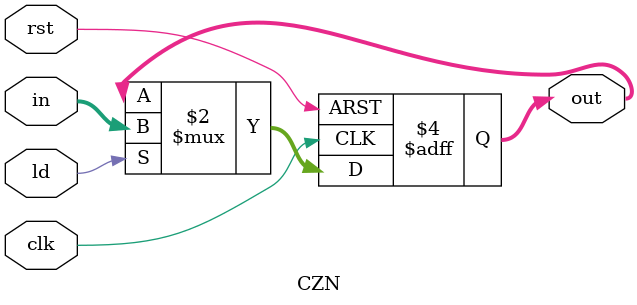
<source format=v>
module CZN (clk, rst, ld, in, out);

  input clk, rst, ld;
  input[2:0] in;
  output[2:0] out;

  always @ ( posedge clk, posedge rst ) begin
    out <= out;
    if (rst) begin
      out <= 3'b0;
    end
    else begin
      if (ld) begin
        out <= in;
      end
    end
  end

endmodule // CZN

</source>
